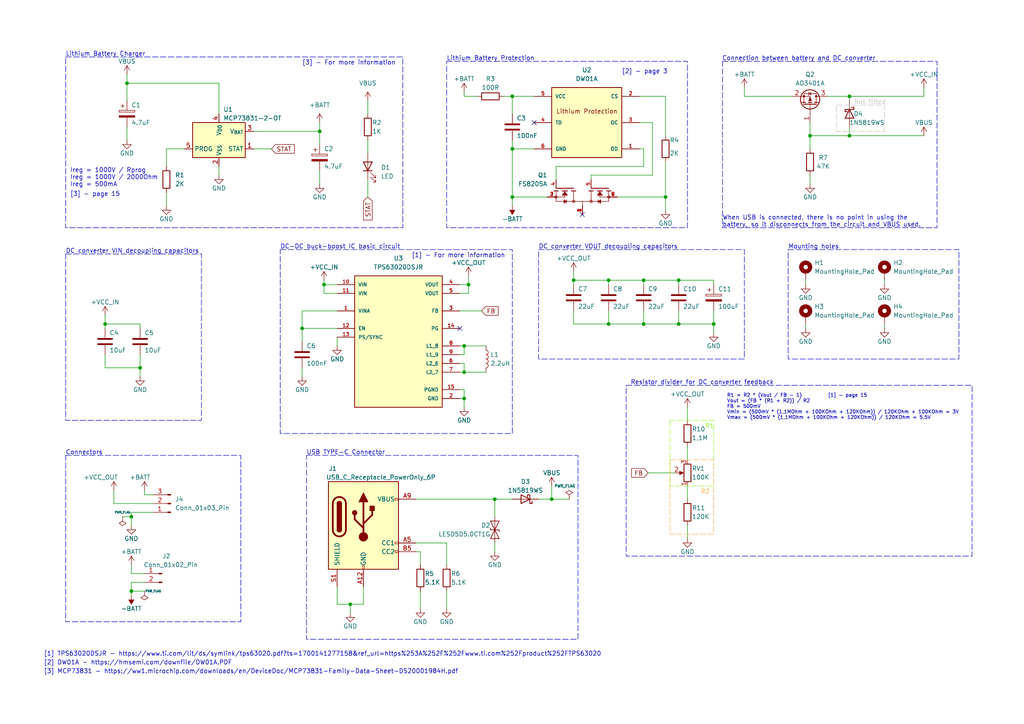
<source format=kicad_sch>
(kicad_sch (version 20230121) (generator eeschema)
  (paper "A4")
  (title_block (title "BMS_Buck-Boost") (date "2023-12-28"))
  (lib_symbols
    (symbol "Battery_Management:MCP73831-2-OT"
      (property "Reference" "U" (at -7.62 6.35 0))
      (property "Value" "MCP73831-2-OT" (at 1.27 6.35 0))
      (symbol "MCP73831-2-OT_0_1"
        (rectangle (start -7.62 5.08) (end 7.62 -5.08) (stroke (width 0.254)) (fill (type background)))
      )
      (symbol "MCP73831-2-OT_1_1"
        (pin output line (at 10.16 -2.54 180) (length 2.54) (name "STAT") (number "1"))
        (pin power_in line (at 0 -7.62 90) (length 2.54) (name "V_{SS}") (number "2"))
        (pin power_out line (at 10.16 2.54 180) (length 2.54) (name "V_{BAT}") (number "3"))
        (pin power_in line (at 0 7.62 270) (length 2.54) (name "V_{DD}") (number "4"))
        (pin input line (at -10.16 -2.54 0) (length 2.54) (name "PROG") (number "5"))
      )
    )
    (symbol "Connector:Conn_01x02_Pin" (pin_names (offset 1.016) hide)
      (property "Reference" "J" (at 0 2.54 0))
      (property "Value" "Conn_01x02_Pin" (at 0 -5.08 0))
      (symbol "Conn_01x02_Pin_1_1"
        (polyline (pts (xy 1.27 -2.54) (xy 0.8636 -2.54)) (stroke (width 0.1524)))
        (polyline (pts (xy 1.27 0) (xy 0.8636 0)) (stroke (width 0.1524)))
        (rectangle (start 0.8636 -2.413) (end 0 -2.667) (stroke (width 0.1524)) (fill (type outline)))
        (rectangle (start 0.8636 0.127) (end 0 -0.127) (stroke (width 0.1524)) (fill (type outline)))
        (pin passive line (at 5.08 0 180) (length 3.81) (name "Pin_1") (number "1"))
        (pin passive line (at 5.08 -2.54 180) (length 3.81) (name "Pin_2") (number "2"))
      )
    )
    (symbol "Connector:Conn_01x03_Pin" (pin_names (offset 1.016) hide)
      (property "Reference" "J" (at 0 5.08 0))
      (property "Value" "Conn_01x03_Pin" (at 0 -5.08 0))
      (symbol "Conn_01x03_Pin_1_1"
        (polyline (pts (xy 1.27 -2.54) (xy 0.8636 -2.54)) (stroke (width 0.1524)))
        (polyline (pts (xy 1.27 0) (xy 0.8636 0)) (stroke (width 0.1524)))
        (polyline (pts (xy 1.27 2.54) (xy 0.8636 2.54)) (stroke (width 0.1524)))
        (rectangle (start 0.8636 -2.413) (end 0 -2.667) (stroke (width 0.1524)) (fill (type outline)))
        (rectangle (start 0.8636 0.127) (end 0 -0.127) (stroke (width 0.1524)) (fill (type outline)))
        (rectangle (start 0.8636 2.667) (end 0 2.413) (stroke (width 0.1524)) (fill (type outline)))
        (pin passive line (at 5.08 2.54 180) (length 3.81) (name "Pin_1") (number "1"))
        (pin passive line (at 5.08 0 180) (length 3.81) (name "Pin_2") (number "2"))
        (pin passive line (at 5.08 -2.54 180) (length 3.81) (name "Pin_3") (number "3"))
      )
    )
    (symbol "Connector:USB_C_Receptacle_PowerOnly_6P" (pin_names (offset 1.016))
      (property "Reference" "J" (at 0 16.51 0))
      (property "Value" "USB_C_Receptacle_PowerOnly_6P" (at 0 13.97 0))
      (symbol "USB_C_Receptacle_PowerOnly_6P_0_0"
        (rectangle (start -0.254 -12.7) (end 0.254 -11.684))
        (rectangle (start 10.16 -7.366) (end 9.144 -7.874))
        (rectangle (start 10.16 -4.826) (end 9.144 -5.334))
        (rectangle (start 10.16 7.874) (end 9.144 7.366))
      )
      (symbol "USB_C_Receptacle_PowerOnly_6P_0_1"
        (rectangle (start -10.16 12.7) (end 10.16 -12.7) (stroke (width 0.254)) (fill (type background)))
        (arc (start -8.89 -1.27) (mid -6.985 -3.1667) (end -5.08 -1.27) (stroke (width 0.508)))
        (arc (start -7.62 -1.27) (mid -6.985 -1.9023) (end -6.35 -1.27) (stroke (width 0.254)))
        (arc (start -7.62 -1.27) (mid -6.985 -1.9023) (end -6.35 -1.27) (stroke (width 0.254)) (fill (type outline)))
        (rectangle (start -7.62 -1.27) (end -6.35 6.35) (stroke (width 0.254)) (fill (type outline)))
        (arc (start -6.35 6.35) (mid -6.985 6.9823) (end -7.62 6.35) (stroke (width 0.254)))
        (arc (start -6.35 6.35) (mid -6.985 6.9823) (end -7.62 6.35) (stroke (width 0.254)) (fill (type outline)))
        (arc (start -5.08 6.35) (mid -6.985 8.2467) (end -8.89 6.35) (stroke (width 0.508)))
        (circle (center -2.54 3.683) (radius 0.635) (stroke (width 0.254)) (fill (type outline)))
        (circle (center 0 -3.302) (radius 1.27) (fill (type outline)))
        (polyline (pts (xy -8.89 -1.27) (xy -8.89 6.35)) (stroke (width 0.508)))
        (polyline (pts (xy -5.08 6.35) (xy -5.08 -1.27)) (stroke (width 0.508)))
        (polyline (pts (xy 0 -3.302) (xy 0 6.858)) (stroke (width 0.508)))
        (polyline (pts (xy 0 -0.762) (xy -2.54 1.778) (xy -2.54 3.048)) (stroke (width 0.508)))
        (polyline (pts (xy 0 0.508) (xy 2.54 3.048) (xy 2.54 4.318)) (stroke (width 0.508)))
        (polyline (pts (xy -1.27 6.858) (xy 0 9.398) (xy 1.27 6.858) (xy -1.27 6.858)) (stroke (width 0.254)) (fill (type outline)))
        (rectangle (start 1.905 4.318) (end 3.175 5.588) (stroke (width 0.254)) (fill (type outline)))
      )
      (symbol "USB_C_Receptacle_PowerOnly_6P_1_1"
        (pin passive line (at 0 -17.78 90) (length 5.08) (name "GND") (number "A12"))
        (pin bidirectional line (at 15.24 -5.08 180) (length 5.08) (name "CC1") (number "A5"))
        (pin passive line (at 15.24 7.62 180) (length 5.08) (name "VBUS") (number "A9"))
        (pin passive line (at 0 -17.78 90) (length 5.08) hide (name "GND") (number "B12"))
        (pin bidirectional line (at 15.24 -7.62 180) (length 5.08) (name "CC2") (number "B5"))
        (pin passive line (at 15.24 7.62 180) (length 5.08) hide (name "VBUS") (number "B9"))
        (pin passive line (at -7.62 -17.78 90) (length 5.08) (name "SHIELD") (number "S1"))
      )
    )
    (symbol "DW01A:DW01A" (pin_names (offset 1.016))
      (property "Reference" "U" (at -5.08 11.43 0))
      (property "Value" "DW01A" (at -5.08 -12.7 0))
      (symbol "DW01A_0_0"
        (rectangle (start -10.16 10.16) (end 10.16 -10.16) (stroke (width 0.254)) (fill (type background)))
        (text "Lithium Protection" (at -8.89 2.54 0) (effects (font (size 1.27 1.27)) (justify left bottom)))
        (pin bidirectional line (at 15.24 -7.62 180) (length 5.08) (name "OD") (number "1"))
        (pin bidirectional line (at 15.24 7.62 180) (length 5.08) (name "CS") (number "2"))
        (pin bidirectional line (at 15.24 0 180) (length 5.08) (name "OC") (number "3"))
        (pin bidirectional line (at -15.24 0 0) (length 5.08) (name "TD") (number "4"))
      )
      (symbol "DW01A_1_0"
        (pin bidirectional line (at -15.24 7.62 0) (length 5.08) (name "VCC") (number "5"))
        (pin power_in line (at -15.24 -7.62 0) (length 5.08) (name "GND") (number "6"))
      )
    )
    (symbol "Device:C" (pin_numbers hide) (pin_names (offset 0.254))
      (property "Reference" "C" (at 0.635 2.54 0))
      (property "Value" "C" (at 0.635 -2.54 0))
      (symbol "C_0_1"
        (polyline (pts (xy -2.032 -0.762) (xy 2.032 -0.762)) (stroke (width 0.508)))
        (polyline (pts (xy -2.032 0.762) (xy 2.032 0.762)) (stroke (width 0.508)))
      )
      (symbol "C_1_1"
        (pin passive line (at 0 3.81 270) (length 2.794) (name "~") (number "1"))
        (pin passive line (at 0 -3.81 90) (length 2.794) (name "~") (number "2"))
      )
    )
    (symbol "Device:C_Polarized" (pin_numbers hide) (pin_names (offset 0.254))
      (property "Reference" "C" (at 0.635 2.54 0))
      (property "Value" "C_Polarized" (at 0.635 -2.54 0))
      (symbol "C_Polarized_0_1"
        (rectangle (start -2.286 0.508) (end 2.286 1.016))
        (polyline (pts (xy -1.778 2.286) (xy -0.762 2.286)))
        (polyline (pts (xy -1.27 2.794) (xy -1.27 1.778)))
        (rectangle (start 2.286 -0.508) (end -2.286 -1.016) (fill (type outline)))
      )
      (symbol "C_Polarized_1_1"
        (pin passive line (at 0 3.81 270) (length 2.794) (name "~") (number "1"))
        (pin passive line (at 0 -3.81 90) (length 2.794) (name "~") (number "2"))
      )
    )
    (symbol "Device:D_Schottky" (pin_numbers hide) (pin_names (offset 1.016) hide)
      (property "Reference" "D" (at 0 2.54 0))
      (property "Value" "D_Schottky" (at 0 -2.54 0))
      (symbol "D_Schottky_0_1"
        (polyline (pts (xy 1.27 0) (xy -1.27 0)))
        (polyline (pts (xy 1.27 1.27) (xy 1.27 -1.27) (xy -1.27 0) (xy 1.27 1.27)) (stroke (width 0.254)))
        (polyline (pts (xy -1.905 0.635) (xy -1.905 1.27) (xy -1.27 1.27) (xy -1.27 -1.27) (xy -0.635 -1.27) (xy -0.635 -0.635)) (stroke (width 0.254)))
      )
      (symbol "D_Schottky_1_1"
        (pin passive line (at -3.81 0 0) (length 2.54) (name "K") (number "1"))
        (pin passive line (at 3.81 0 180) (length 2.54) (name "A") (number "2"))
      )
    )
    (symbol "Device:L" (pin_numbers hide) (pin_names (offset 1.016) hide)
      (property "Reference" "L" (at -1.27 0 90))
      (property "Value" "L" (at 1.905 0 90))
      (symbol "L_0_1"
        (arc (start 0 -2.54) (mid 0.6323 -1.905) (end 0 -1.27))
        (arc (start 0 -1.27) (mid 0.6323 -0.635) (end 0 0))
        (arc (start 0 0) (mid 0.6323 0.635) (end 0 1.27))
        (arc (start 0 1.27) (mid 0.6323 1.905) (end 0 2.54))
      )
      (symbol "L_1_1"
        (pin passive line (at 0 3.81 270) (length 1.27) (name "1") (number "1"))
        (pin passive line (at 0 -3.81 90) (length 1.27) (name "2") (number "2"))
      )
    )
    (symbol "Device:LED" (pin_numbers hide) (pin_names (offset 1.016) hide)
      (property "Reference" "D" (at 0 2.54 0))
      (property "Value" "LED" (at 0 -2.54 0))
      (symbol "LED_0_1"
        (polyline (pts (xy -1.27 -1.27) (xy -1.27 1.27)) (stroke (width 0.254)))
        (polyline (pts (xy -1.27 0) (xy 1.27 0)))
        (polyline (pts (xy 1.27 -1.27) (xy 1.27 1.27) (xy -1.27 0) (xy 1.27 -1.27)) (stroke (width 0.254)))
        (polyline (pts (xy -3.048 -0.762) (xy -4.572 -2.286) (xy -3.81 -2.286) (xy -4.572 -2.286) (xy -4.572 -1.524)))
        (polyline (pts (xy -1.778 -0.762) (xy -3.302 -2.286) (xy -2.54 -2.286) (xy -3.302 -2.286) (xy -3.302 -1.524)))
      )
      (symbol "LED_1_1"
        (pin passive line (at -3.81 0 0) (length 2.54) (name "K") (number "1"))
        (pin passive line (at 3.81 0 180) (length 2.54) (name "A") (number "2"))
      )
    )
    (symbol "Device:R" (pin_numbers hide) (pin_names (offset 0))
      (property "Reference" "R" (at 2.032 0 90))
      (property "Value" "R" (at 0 0 90))
      (symbol "R_0_1"
        (rectangle (start -1.016 -2.54) (end 1.016 2.54) (stroke (width 0.254)))
      )
      (symbol "R_1_1"
        (pin passive line (at 0 3.81 270) (length 1.27) (name "~") (number "1"))
        (pin passive line (at 0 -3.81 90) (length 1.27) (name "~") (number "2"))
      )
    )
    (symbol "Device:R_Potentiometer" (pin_names (offset 1.016) hide)
      (property "Reference" "RV" (at -4.445 0 90))
      (property "Value" "R_Potentiometer" (at -2.54 0 90))
      (symbol "R_Potentiometer_0_1"
        (polyline (pts (xy 2.54 0) (xy 1.524 0)))
        (polyline (pts (xy 1.143 0) (xy 2.286 0.508) (xy 2.286 -0.508) (xy 1.143 0)) (fill (type outline)))
        (rectangle (start 1.016 2.54) (end -1.016 -2.54) (stroke (width 0.254)))
      )
      (symbol "R_Potentiometer_1_1"
        (pin passive line (at 0 3.81 270) (length 1.27) (name "1") (number "1"))
        (pin passive line (at 3.81 0 180) (length 1.27) (name "2") (number "2"))
        (pin passive line (at 0 -3.81 90) (length 1.27) (name "3") (number "3"))
      )
    )
    (symbol "Diode:ESD9B3.3ST5G" (pin_numbers hide) (pin_names (offset 1.016) hide)
      (property "Reference" "D" (at 0 2.54 0))
      (property "Value" "ESD9B3.3ST5G" (at 0 -2.54 0))
      (symbol "ESD9B3.3ST5G_0_1"
        (polyline (pts (xy 1.27 0) (xy -1.27 0)))
        (polyline (pts (xy -2.54 -1.27) (xy 0 0) (xy -2.54 1.27) (xy -2.54 -1.27)) (stroke (width 0.2032)))
        (polyline (pts (xy 0.508 1.27) (xy 0 1.27) (xy 0 -1.27) (xy -0.508 -1.27)) (stroke (width 0.2032)))
        (polyline (pts (xy 2.54 1.27) (xy 2.54 -1.27) (xy 0 0) (xy 2.54 1.27)) (stroke (width 0.2032)))
      )
      (symbol "ESD9B3.3ST5G_1_1"
        (pin passive line (at -3.81 0 0) (length 2.54) (name "A1") (number "1"))
        (pin passive line (at 3.81 0 180) (length 2.54) (name "A2") (number "2"))
      )
    )
    (symbol "FS8205A:FS8205A" (pin_names (offset 1.016))
      (property "Reference" "Q" (at -11.43 7.62 0))
      (property "Value" "FS8205A" (at -11.43 -12.7 0))
      (symbol "FS8205A_0_0"
        (circle (center 0 -7.62) (radius 0.3592))
        (polyline (pts (xy -2.54 -2.54) (xy -2.54 -7.62)) (stroke (width 0.254)))
        (polyline (pts (xy -2.54 7.62) (xy -2.54 2.54)) (stroke (width 0.254)))
        (polyline (pts (xy -1.778 -7.62) (xy -1.778 -8.255)) (stroke (width 0.254)))
        (polyline (pts (xy -1.778 -6.985) (xy -1.778 -7.62)) (stroke (width 0.254)))
        (polyline (pts (xy -1.778 -5.08) (xy -1.778 -5.842)) (stroke (width 0.254)))
        (polyline (pts (xy -1.778 -5.08) (xy 0 -5.08)) (stroke (width 0.1524)))
        (polyline (pts (xy -1.778 -4.318) (xy -1.778 -5.08)) (stroke (width 0.254)))
        (polyline (pts (xy -1.778 -2.54) (xy -1.778 -3.175)) (stroke (width 0.254)))
        (polyline (pts (xy -1.778 -2.54) (xy 1.27 -2.54)) (stroke (width 0.1524)))
        (polyline (pts (xy -1.778 -1.905) (xy -1.778 -2.54)) (stroke (width 0.254)))
        (polyline (pts (xy -1.778 2.54) (xy -1.778 1.905)) (stroke (width 0.254)))
        (polyline (pts (xy -1.778 3.175) (xy -1.778 2.54)) (stroke (width 0.254)))
        (polyline (pts (xy -1.778 5.08) (xy -1.778 4.318)) (stroke (width 0.254)))
        (polyline (pts (xy -1.778 5.08) (xy 0 5.08)) (stroke (width 0.1524)))
        (polyline (pts (xy -1.778 5.842) (xy -1.778 5.08)) (stroke (width 0.254)))
        (polyline (pts (xy -1.778 7.62) (xy -1.778 6.985)) (stroke (width 0.254)))
        (polyline (pts (xy -1.778 7.62) (xy 1.27 7.62)) (stroke (width 0.1524)))
        (polyline (pts (xy -1.778 8.255) (xy -1.778 7.62)) (stroke (width 0.254)))
        (polyline (pts (xy 0 -7.62) (xy -1.778 -7.62)) (stroke (width 0.1524)))
        (polyline (pts (xy 0 -7.62) (xy 1.27 -7.62)) (stroke (width 0.1524)))
        (polyline (pts (xy 0 -5.08) (xy 0 -7.62)) (stroke (width 0.1524)))
        (polyline (pts (xy 0 7.62) (xy 0 5.08)) (stroke (width 0.1524)))
        (polyline (pts (xy 0.762 4.572) (xy 1.27 4.572)) (stroke (width 0.1524)))
        (polyline (pts (xy 1.27 -4.572) (xy 0.762 -4.572)) (stroke (width 0.1524)))
        (polyline (pts (xy 1.27 -4.572) (xy 1.27 -7.62)) (stroke (width 0.1524)))
        (polyline (pts (xy 1.27 -2.54) (xy 1.27 -4.572)) (stroke (width 0.1524)))
        (polyline (pts (xy 1.27 -2.54) (xy 1.27 0)) (stroke (width 0.1524)))
        (polyline (pts (xy 1.27 0) (xy 1.27 2.54)) (stroke (width 0.1524)))
        (polyline (pts (xy 1.27 0) (xy 2.54 0)) (stroke (width 0.1524)))
        (polyline (pts (xy 1.27 2.54) (xy -1.778 2.54)) (stroke (width 0.1524)))
        (polyline (pts (xy 1.27 2.54) (xy 1.27 4.572)) (stroke (width 0.1524)))
        (polyline (pts (xy 1.27 4.572) (xy 1.27 7.62)) (stroke (width 0.1524)))
        (polyline (pts (xy 1.27 4.572) (xy 1.778 4.572)) (stroke (width 0.1524)))
        (polyline (pts (xy 1.778 -4.572) (xy 1.27 -4.572)) (stroke (width 0.1524)))
        (polyline (pts (xy -1.524 -5.08) (xy -0.508 -4.318) (xy -0.508 -5.842) (xy -1.524 -5.08)) (stroke (width 0.1524)) (fill (type outline)))
        (polyline (pts (xy -1.524 5.08) (xy -0.508 5.842) (xy -0.508 4.318) (xy -1.524 5.08)) (stroke (width 0.1524)) (fill (type outline)))
        (polyline (pts (xy 1.27 -4.572) (xy 0.762 -5.334) (xy 1.778 -5.334) (xy 1.27 -4.572)) (stroke (width 0.1524)) (fill (type outline)))
        (polyline (pts (xy 1.27 4.572) (xy 1.778 5.334) (xy 0.762 5.334) (xy 1.27 4.572)) (stroke (width 0.1524)) (fill (type outline)))
        (circle (center 0 7.62) (radius 0.3592))
        (circle (center 1.27 -2.54) (radius 0.3592))
        (circle (center 1.27 2.54) (radius 0.3592))
        (pin passive line (at 5.08 0 180) (length 2.54) (name "~") (number "1"))
        (pin passive line (at 0 -10.16 90) (length 2.54) (name "~") (number "2"))
        (pin passive line (at 0 -10.16 90) (length 2.54) (name "~") (number "3"))
        (pin passive line (at -5.08 -7.62 0) (length 2.54) (name "~") (number "4"))
        (pin passive line (at -5.08 2.54 0) (length 2.54) (name "~") (number "5"))
        (pin passive line (at 0 10.16 270) (length 2.54) (name "~") (number "6"))
        (pin passive line (at 0 10.16 270) (length 2.54) (name "~") (number "7"))
        (pin passive line (at 5.08 0 180) (length 2.54) (name "~") (number "8"))
      )
    )
    (symbol "Mechanical:MountingHole_Pad" (pin_numbers hide) (pin_names (offset 1.016) hide)
      (property "Reference" "H" (at 0 6.35 0))
      (property "Value" "MountingHole_Pad" (at 0 4.445 0))
      (symbol "MountingHole_Pad_0_1"
        (circle (center 0 1.27) (radius 1.27) (stroke (width 1.27)))
      )
      (symbol "MountingHole_Pad_1_1"
        (pin input line (at 0 -2.54 90) (length 2.54) (name "1") (number "1"))
      )
    )
    (symbol "TPS63020DSJR:TPS63020DSJR" (pin_names (offset 1.016))
      (property "Reference" "U" (at -12.7 19.05 0))
      (property "Value" "TPS63020DSJR" (at -12.7 -21.59 0))
      (symbol "TPS63020DSJR_0_0"
        (rectangle (start -12.7 17.78) (end 12.7 -20.32) (stroke (width 0.254)) (fill (type background)))
        (pin input line (at -17.78 7.62 0) (length 5.08) (name "VINA") (number "1"))
        (pin input line (at -17.78 2.54 0) (length 5.08) (name "EN") (number "12"))
        (pin input line (at -17.78 0 0) (length 5.08) (name "PS/SYNC") (number "13"))
        (pin output line (at 17.78 2.54 180) (length 5.08) (name "PG") (number "14"))
        (pin power_in line (at 17.78 -15.24 180) (length 5.08) (name "PGND") (number "15"))
        (pin power_in line (at 17.78 -17.78 180) (length 5.08) (name "GND") (number "2"))
        (pin input line (at 17.78 7.62 180) (length 5.08) (name "FB") (number "3"))
        (pin passive line (at 17.78 -7.62 180) (length 5.08) (name "L2_6") (number "6"))
        (pin passive line (at 17.78 -10.16 180) (length 5.08) (name "L2_7") (number "7"))
        (pin passive line (at 17.78 -2.54 180) (length 5.08) (name "L1_8") (number "8"))
        (pin passive line (at 17.78 -5.08 180) (length 5.08) (name "L1_9") (number "9"))
      )
      (symbol "TPS63020DSJR_1_0"
        (pin power_in line (at -17.78 15.24 0) (length 5.08) (name "VIN") (number "10"))
        (pin power_in line (at -17.78 12.7 0) (length 5.08) (name "VIN") (number "11"))
        (pin power_out line (at 17.78 15.24 180) (length 5.08) (name "VOUT") (number "4"))
        (pin power_out line (at 17.78 12.7 180) (length 5.08) (name "VOUT") (number "5"))
      )
    )
    (symbol "Transistor_FET:AO3401A" (pin_names hide)
      (property "Reference" "Q" (at 5.08 1.905 0))
      (property "Value" "AO3401A" (at 5.08 0 0))
      (symbol "AO3401A_0_1"
        (polyline (pts (xy 0.254 0) (xy -2.54 0)))
        (polyline (pts (xy 0.254 1.905) (xy 0.254 -1.905)) (stroke (width 0.254)))
        (polyline (pts (xy 0.762 -1.27) (xy 0.762 -2.286)) (stroke (width 0.254)))
        (polyline (pts (xy 0.762 0.508) (xy 0.762 -0.508)) (stroke (width 0.254)))
        (polyline (pts (xy 0.762 2.286) (xy 0.762 1.27)) (stroke (width 0.254)))
        (polyline (pts (xy 2.54 2.54) (xy 2.54 1.778)))
        (polyline (pts (xy 2.54 -2.54) (xy 2.54 0) (xy 0.762 0)))
        (polyline (pts (xy 0.762 1.778) (xy 3.302 1.778) (xy 3.302 -1.778) (xy 0.762 -1.778)))
        (polyline (pts (xy 2.286 0) (xy 1.27 0.381) (xy 1.27 -0.381) (xy 2.286 0)) (fill (type outline)))
        (polyline (pts (xy 2.794 -0.508) (xy 2.921 -0.381) (xy 3.683 -0.381) (xy 3.81 -0.254)))
        (polyline (pts (xy 3.302 -0.381) (xy 2.921 0.254) (xy 3.683 0.254) (xy 3.302 -0.381)))
        (circle (center 1.651 0) (radius 2.794) (stroke (width 0.254)))
        (circle (center 2.54 -1.778) (radius 0.254) (fill (type outline)))
        (circle (center 2.54 1.778) (radius 0.254) (fill (type outline)))
      )
      (symbol "AO3401A_1_1"
        (pin input line (at -5.08 0 0) (length 2.54) (name "G") (number "1"))
        (pin passive line (at 2.54 -5.08 90) (length 2.54) (name "S") (number "2"))
        (pin passive line (at 2.54 5.08 270) (length 2.54) (name "D") (number "3"))
      )
    )
    (symbol "custom_power_symbols:+VCC_IN" (power) (pin_names (offset 0))
      (property "Value" "+VCC_IN" (at 0 3.556 0))
      (symbol "+VCC_IN_0_1"
        (polyline (pts (xy -0.762 1.27) (xy 0 2.54)))
        (polyline (pts (xy 0 0) (xy 0 2.54)))
        (polyline (pts (xy 0 2.54) (xy 0.762 1.27)))
      )
      (symbol "+VCC_IN_1_1"
        (pin power_in line (at 0 0 90) (length 0) hide (name "+VCC_IN") (number "1"))
      )
    )
    (symbol "custom_power_symbols:+VCC_OUT" (power) (pin_names (offset 0))
      (property "Value" "+VCC_OUT" (at 0 3.556 0))
      (symbol "+VCC_OUT_0_1"
        (polyline (pts (xy -0.762 1.27) (xy 0 2.54)))
        (polyline (pts (xy 0 0) (xy 0 2.54)))
        (polyline (pts (xy 0 2.54) (xy 0.762 1.27)))
      )
      (symbol "+VCC_OUT_1_1"
        (pin power_in line (at 0 0 90) (length 0) hide (name "+VCC_OUT") (number "1"))
      )
    )
    (symbol "power:+BATT" (power) (pin_names (offset 0))
      (property "Value" "+BATT" (at 0 3.556 0))
      (symbol "+BATT_0_1"
        (polyline (pts (xy -0.762 1.27) (xy 0 2.54)))
        (polyline (pts (xy 0 0) (xy 0 2.54)))
        (polyline (pts (xy 0 2.54) (xy 0.762 1.27)))
      )
      (symbol "+BATT_1_1"
        (pin power_in line (at 0 0 90) (length 0) hide (name "+BATT") (number "1"))
      )
    )
    (symbol "power:-BATT" (power) (pin_names (offset 0))
      (property "Value" "-BATT" (at 0 3.556 0))
      (symbol "-BATT_0_1"
        (polyline (pts (xy 0 0) (xy 0 2.54)))
        (polyline (pts (xy 0.762 1.27) (xy -0.762 1.27) (xy 0 2.54) (xy 0.762 1.27)) (fill (type outline)))
      )
      (symbol "-BATT_1_1"
        (pin power_in line (at 0 0 90) (length 0) hide (name "-BATT") (number "1"))
      )
    )
    (symbol "power:GND" (power) (pin_names (offset 0))
      (property "Value" "GND" (at 0 -3.81 0))
      (symbol "GND_0_1"
        (polyline (pts (xy 0 0) (xy 0 -1.27) (xy 1.27 -1.27) (xy 0 -2.54) (xy -1.27 -1.27) (xy 0 -1.27)))
      )
      (symbol "GND_1_1"
        (pin power_in line (at 0 0 270) (length 0) hide (name "GND") (number "1"))
      )
    )
    (symbol "power:PWR_FLAG" (power) (pin_numbers hide) (pin_names (offset 0) hide)
      (property "Value" "PWR_FLAG" (at 0 3.81 0))
      (symbol "PWR_FLAG_0_0"
        (pin power_out line (at 0 0 90) (length 0) (name "pwr") (number "1"))
      )
      (symbol "PWR_FLAG_0_1"
        (polyline (pts (xy 0 0) (xy 0 1.27) (xy -1.016 1.905) (xy 0 2.54) (xy 1.016 1.905) (xy 0 1.27)))
      )
    )
    (symbol "power:VBUS" (power) (pin_names (offset 0))
      (property "Value" "VBUS" (at 0 3.81 0))
      (symbol "VBUS_0_1"
        (polyline (pts (xy -0.762 1.27) (xy 0 2.54)))
        (polyline (pts (xy 0 0) (xy 0 2.54)))
        (polyline (pts (xy 0 2.54) (xy 0.762 1.27)))
      )
      (symbol "VBUS_1_1"
        (pin power_in line (at 0 0 90) (length 0) hide (name "VBUS") (number "1"))
      )
    )
  )
  (junction (at 92.71 38.1))
  (junction (at 87.63 95.25))
  (junction (at 186.69 81.28))
  (junction (at 176.53 93.98))
  (junction (at 246.38 27.94))
  (junction (at 176.53 81.28))
  (junction (at 193.04 57.15))
  (junction (at 134.62 100.33))
  (junction (at 101.6 175.26))
  (junction (at 134.62 107.95))
  (junction (at 143.51 144.78))
  (junction (at 196.85 93.98))
  (junction (at 186.69 93.98))
  (junction (at 166.37 81.28))
  (junction (at 36.83 24.13))
  (junction (at 93.98 82.55))
  (junction (at 38.1 149.86))
  (junction (at 246.38 39.37))
  (junction (at 207.01 93.98))
  (junction (at 38.1 171.45))
  (junction (at 234.95 39.37))
  (junction (at 148.59 57.15))
  (junction (at 148.59 27.94))
  (junction (at 135.89 82.55))
  (junction (at 40.64 106.68))
  (junction (at 196.85 81.28))
  (junction (at 134.62 115.57))
  (junction (at 160.02 144.78))
  (junction (at 148.59 43.18))
  (junction (at 30.48 93.98))
  (no_connect (at 154.94 35.56))
  (no_connect (at 168.91 62.23))
  (no_connect (at 133.35 95.25))
  (wire (pts (xy 193.04 27.94) (xy 185.42 27.94)))
  (wire (pts (xy 36.83 24.13) (xy 36.83 29.21)))
  (wire (pts (xy 38.1 148.59) (xy 38.1 149.86)))
  (wire (pts (xy 30.48 106.68) (xy 30.48 102.87)))
  (wire (pts (xy 35.56 149.86) (xy 38.1 149.86)))
  (wire (pts (xy 187.96 137.16) (xy 195.58 137.16)))
  (wire (pts (xy 133.35 85.09) (xy 135.89 85.09)))
  (wire (pts (xy 44.45 148.59) (xy 38.1 148.59)))
  (wire (pts (xy 148.59 57.15) (xy 158.75 57.15)))
  (wire (pts (xy 256.54 93.98) (xy 256.54 95.25)))
  (wire (pts (xy 120.65 144.78) (xy 143.51 144.78)))
  (wire (pts (xy 40.64 102.87) (xy 40.64 106.68)))
  (wire (pts (xy 185.42 35.56) (xy 189.23 35.56)))
  (wire (pts (xy 207.01 93.98) (xy 196.85 93.98)))
  (wire (pts (xy 134.62 26.67) (xy 134.62 27.94)))
  (wire (pts (xy 234.95 39.37) (xy 234.95 43.18)))
  (wire (pts (xy 38.1 163.83) (xy 38.1 166.37)))
  (wire (pts (xy 199.39 118.11) (xy 199.39 121.92)))
  (wire (pts (xy 148.59 27.94) (xy 154.94 27.94)))
  (wire (pts (xy 148.59 57.15) (xy 148.59 59.69)))
  (wire (pts (xy 106.68 40.64) (xy 106.68 44.45)))
  (wire (pts (xy 87.63 90.17) (xy 97.79 90.17)))
  (wire (pts (xy 36.83 21.59) (xy 36.83 24.13)))
  (wire (pts (xy 246.38 36.83) (xy 246.38 39.37)))
  (wire (pts (xy 215.9 25.4) (xy 215.9 27.94)))
  (wire (pts (xy 179.07 57.15) (xy 193.04 57.15)))
  (wire (pts (xy 196.85 81.28) (xy 207.01 81.28)))
  (wire (pts (xy 154.94 43.18) (xy 148.59 43.18)))
  (wire (pts (xy 63.5 24.13) (xy 63.5 33.02)))
  (wire (pts (xy 196.85 81.28) (xy 196.85 82.55)))
  (wire (pts (xy 234.95 39.37) (xy 246.38 39.37)))
  (wire (pts (xy 129.54 171.45) (xy 129.54 176.53)))
  (wire (pts (xy 189.23 35.56) (xy 189.23 50.8)))
  (wire (pts (xy 186.69 93.98) (xy 176.53 93.98)))
  (wire (pts (xy 199.39 129.54) (xy 199.39 133.35)))
  (wire (pts (xy 135.89 85.09) (xy 135.89 82.55)))
  (wire (pts (xy 256.54 81.28) (xy 256.54 82.55)))
  (wire (pts (xy 38.1 168.91) (xy 38.1 171.45)))
  (wire (pts (xy 134.62 115.57) (xy 134.62 118.11)))
  (wire (pts (xy 143.51 157.48) (xy 143.51 160.02)))
  (wire (pts (xy 134.62 107.95) (xy 140.97 107.95)))
  (wire (pts (xy 41.91 168.91) (xy 38.1 168.91)))
  (wire (pts (xy 176.53 90.17) (xy 176.53 93.98)))
  (wire (pts (xy 193.04 27.94) (xy 193.04 39.37)))
  (wire (pts (xy 41.91 142.24) (xy 41.91 143.51)))
  (wire (pts (xy 93.98 85.09) (xy 93.98 82.55)))
  (wire (pts (xy 186.69 90.17) (xy 186.69 93.98)))
  (wire (pts (xy 129.54 157.48) (xy 129.54 163.83)))
  (wire (pts (xy 30.48 93.98) (xy 30.48 95.25)))
  (wire (pts (xy 97.79 175.26) (xy 97.79 170.18)))
  (wire (pts (xy 97.79 97.79) (xy 97.79 100.33)))
  (wire (pts (xy 146.05 27.94) (xy 148.59 27.94)))
  (wire (pts (xy 193.04 57.15) (xy 193.04 60.96)))
  (wire (pts (xy 41.91 171.45) (xy 38.1 171.45)))
  (wire (pts (xy 41.91 166.37) (xy 38.1 166.37)))
  (wire (pts (xy 134.62 113.03) (xy 134.62 115.57)))
  (wire (pts (xy 246.38 39.37) (xy 267.97 39.37)))
  (wire (pts (xy 143.51 144.78) (xy 148.59 144.78)))
  (wire (pts (xy 92.71 49.53) (xy 92.71 53.34)))
  (wire (pts (xy 166.37 81.28) (xy 166.37 82.55)))
  (wire (pts (xy 30.48 106.68) (xy 40.64 106.68)))
  (wire (pts (xy 92.71 38.1) (xy 92.71 41.91)))
  (wire (pts (xy 148.59 40.64) (xy 148.59 43.18)))
  (wire (pts (xy 97.79 85.09) (xy 93.98 85.09)))
  (wire (pts (xy 121.92 171.45) (xy 121.92 176.53)))
  (wire (pts (xy 134.62 105.41) (xy 133.35 105.41)))
  (wire (pts (xy 41.91 143.51) (xy 44.45 143.51)))
  (wire (pts (xy 120.65 157.48) (xy 129.54 157.48)))
  (wire (pts (xy 73.66 43.18) (xy 78.74 43.18)))
  (wire (pts (xy 186.69 43.18) (xy 186.69 48.26)))
  (wire (pts (xy 30.48 91.44) (xy 30.48 93.98)))
  (wire (pts (xy 233.68 81.28) (xy 233.68 82.55)))
  (wire (pts (xy 196.85 90.17) (xy 196.85 93.98)))
  (wire (pts (xy 134.62 27.94) (xy 138.43 27.94)))
  (wire (pts (xy 40.64 93.98) (xy 40.64 95.25)))
  (wire (pts (xy 63.5 24.13) (xy 36.83 24.13)))
  (wire (pts (xy 33.02 142.24) (xy 33.02 146.05)))
  (wire (pts (xy 134.62 102.87) (xy 133.35 102.87)))
  (wire (pts (xy 196.85 93.98) (xy 186.69 93.98)))
  (wire (pts (xy 199.39 140.97) (xy 199.39 144.78)))
  (wire (pts (xy 267.97 25.4) (xy 267.97 27.94)))
  (wire (pts (xy 176.53 81.28) (xy 176.53 82.55)))
  (wire (pts (xy 134.62 115.57) (xy 133.35 115.57)))
  (wire (pts (xy 143.51 144.78) (xy 143.51 149.86)))
  (wire (pts (xy 199.39 152.4) (xy 199.39 156.21)))
  (wire (pts (xy 193.04 46.99) (xy 193.04 57.15)))
  (wire (pts (xy 120.65 160.02) (xy 121.92 160.02)))
  (wire (pts (xy 121.92 160.02) (xy 121.92 163.83)))
  (wire (pts (xy 189.23 50.8) (xy 171.45 50.8)))
  (wire (pts (xy 166.37 93.98) (xy 166.37 90.17)))
  (wire (pts (xy 36.83 36.83) (xy 36.83 40.64)))
  (wire (pts (xy 105.41 170.18) (xy 105.41 175.26)))
  (wire (pts (xy 101.6 175.26) (xy 101.6 177.8)))
  (wire (pts (xy 38.1 149.86) (xy 38.1 152.4)))
  (wire (pts (xy 176.53 81.28) (xy 186.69 81.28)))
  (wire (pts (xy 73.66 38.1) (xy 92.71 38.1)))
  (wire (pts (xy 87.63 90.17) (xy 87.63 95.25)))
  (wire (pts (xy 93.98 81.28) (xy 93.98 82.55)))
  (wire (pts (xy 234.95 50.8) (xy 234.95 53.34)))
  (wire (pts (xy 87.63 95.25) (xy 87.63 99.06)))
  (wire (pts (xy 134.62 107.95) (xy 133.35 107.95)))
  (wire (pts (xy 134.62 105.41) (xy 134.62 107.95)))
  (wire (pts (xy 186.69 43.18) (xy 185.42 43.18)))
  (wire (pts (xy 48.26 55.88) (xy 48.26 59.69)))
  (wire (pts (xy 171.45 50.8) (xy 171.45 52.07)))
  (wire (pts (xy 166.37 93.98) (xy 176.53 93.98)))
  (wire (pts (xy 48.26 43.18) (xy 48.26 48.26)))
  (wire (pts (xy 87.63 95.25) (xy 97.79 95.25)))
  (wire (pts (xy 246.38 27.94) (xy 267.97 27.94)))
  (wire (pts (xy 207.01 90.17) (xy 207.01 93.98)))
  (wire (pts (xy 87.63 109.22) (xy 87.63 106.68)))
  (wire (pts (xy 134.62 100.33) (xy 133.35 100.33)))
  (wire (pts (xy 156.21 144.78) (xy 160.02 144.78)))
  (wire (pts (xy 135.89 82.55) (xy 133.35 82.55)))
  (wire (pts (xy 160.02 140.97) (xy 160.02 144.78)))
  (wire (pts (xy 93.98 82.55) (xy 97.79 82.55)))
  (wire (pts (xy 160.02 144.78) (xy 165.1 144.78)))
  (wire (pts (xy 40.64 109.22) (xy 40.64 106.68)))
  (wire (pts (xy 234.95 35.56) (xy 234.95 39.37)))
  (wire (pts (xy 215.9 27.94) (xy 229.87 27.94)))
  (wire (pts (xy 53.34 43.18) (xy 48.26 43.18)))
  (wire (pts (xy 133.35 90.17) (xy 139.7 90.17)))
  (wire (pts (xy 134.62 100.33) (xy 134.62 102.87)))
  (wire (pts (xy 92.71 35.56) (xy 92.71 38.1)))
  (wire (pts (xy 30.48 93.98) (xy 40.64 93.98)))
  (wire (pts (xy 106.68 52.07) (xy 106.68 57.15)))
  (wire (pts (xy 63.5 48.26) (xy 63.5 50.8)))
  (wire (pts (xy 246.38 27.94) (xy 246.38 29.21)))
  (wire (pts (xy 207.01 81.28) (xy 207.01 82.55)))
  (wire (pts (xy 33.02 146.05) (xy 44.45 146.05)))
  (wire (pts (xy 161.29 48.26) (xy 161.29 52.07)))
  (wire (pts (xy 148.59 43.18) (xy 148.59 57.15)))
  (wire (pts (xy 133.35 113.03) (xy 134.62 113.03)))
  (wire (pts (xy 38.1 171.45) (xy 38.1 172.72)))
  (wire (pts (xy 134.62 100.33) (xy 140.97 100.33)))
  (wire (pts (xy 97.79 175.26) (xy 101.6 175.26)))
  (wire (pts (xy 166.37 81.28) (xy 176.53 81.28)))
  (wire (pts (xy 135.89 80.01) (xy 135.89 82.55)))
  (wire (pts (xy 166.37 78.74) (xy 166.37 81.28)))
  (wire (pts (xy 186.69 81.28) (xy 196.85 81.28)))
  (wire (pts (xy 148.59 27.94) (xy 148.59 33.02)))
  (wire (pts (xy 233.68 93.98) (xy 233.68 95.25)))
  (wire (pts (xy 240.03 27.94) (xy 246.38 27.94)))
  (wire (pts (xy 186.69 48.26) (xy 161.29 48.26)))
  (wire (pts (xy 106.68 29.21) (xy 106.68 33.02)))
  (wire (pts (xy 207.01 96.52) (xy 207.01 93.98)))
  (wire (pts (xy 101.6 175.26) (xy 105.41 175.26)))
  (wire (pts (xy 186.69 81.28) (xy 186.69 82.55)))
  (rectangle (start 209.55 17.78) (end 271.78 66.04) (stroke (width 0) (type dash)))
  (rectangle (start 194.31 121.92) (end 207.01 140.97) (stroke (width 0) (type dash) (color 141 255 46 1)))
  (rectangle (start 19.05 16.51) (end 116.84 66.04) (stroke (width 0) (type dash)))
  (rectangle (start 228.6 72.39) (end 278.13 104.14) (stroke (width 0) (type dash)))
  (rectangle (start 156.21 72.39) (end 215.9 104.14) (stroke (width 0) (type dash)))
  (rectangle (start 181.61 111.76) (end 281.94 161.29) (stroke (width 0) (type dash)))
  (rectangle (start 129.54 17.78) (end 199.39 66.04) (stroke (width 0) (type dash)))
  (rectangle (start 19.05 132.08) (end 69.85 180.34) (stroke (width 0) (type dash)))
  (rectangle (start 242.57 30.48) (end 256.54 38.1) (stroke (width 0) (type dash) (color 194 194 194 1)))
  (rectangle (start 194.31 133.35) (end 207.01 154.94) (stroke (width 0) (type dash) (color 255 178 73 1)))
  (rectangle (start 19.05 73.66) (end 58.42 121.92) (stroke (width 0) (type dash)))
  (rectangle (start 81.28 72.39) (end 148.59 125.73) (stroke (width 0) (type dash)))
  (rectangle (start 88.9 132.08) (end 167.64 185.42) (stroke (width 0) (type dash)))
  (text "Mounting holes" (at 228.6 72.39 0) (effects (font (size 1.27 1.27)) (justify left bottom)))
  (text "R2" (at 203.2 143.51 0) (effects (font (size 1.27 1.27)) (justify left bottom)))
  (text "[3] - For more information\n" (at 87.63 19.05 0) (effects (font (size 1.27 1.27)) (justify left bottom)))
  (text "Resistor divider for DC converter feedback" (at 182.88 111.76 0) (effects (font (size 1.27 1.27)) (justify left bottom)))
  (text "Not fitted" (at 247.65 30.48 0) (effects (font (size 1.27 1.27)) (justify left bottom)))
  (text "DC-DC buck-boost IC basic circuit" (at 81.28 72.39 0) (effects (font (size 1.27 1.27)) (justify left bottom)))
  (text "When USB is connected, there is no point in using the \nbattery, so it disconnects from the circuit and VBUS used." (at 209.55 66.04 0) (effects (font (size 1.27 1.27)) (justify left bottom)))
  (text "[1] TPS63020DSJR - https://www.ti.com/lit/ds/symlink/tps63020.pdf?ts=1700141277158&ref_url=https%253A%252F%252Fwww.ti.com%252Fproduct%252FTPS63020" (at 12.7 190.5 0) (effects (font (size 1.27 1.27)) (justify left bottom)))
  (text "Ireg = 1000V / Rprog \nIreg = 1000V / 2000Ohm\nIreg = 500mA\n\n " (at 20.32 58.42 0) (effects (font (size 1.27 1.27)) (justify left bottom)))
  (text "DC converter VOUT decoupling capacitors" (at 156.21 72.39 0) (effects (font (size 1.27 1.27)) (justify left bottom)))
  (text "[3] - page 15" (at 20.32 57.15 0) (effects (font (size 1.27 1.27)) (justify left bottom)))
  (text "R1 = R2 * (Vout / FB - 1)          [1] - page 15 \nVout = (FB * (R1 + R2)) / R2\nFB = 500mV\nVmin = (500mV * (1,1MOhm + 100KOhm + 120KOhm)) / 120KOhm + 100KOhm = 3V\nVmax = (500mV * (1,1MOhm + 100KOhm + 120KOhm)) / 120KOhm = 5,5V\n\n\n \n\n" (at 210.82 128.27 0) (effects (font (size 1 1)) (justify left bottom)))
  (text "Connectors" (at 19.05 132.08 0) (effects (font (size 1.27 1.27)) (justify left bottom)))
  (text "[1] - For more information\n" (at 119.38 74.93 0) (effects (font (size 1.27 1.27)) (justify left bottom)))
  (text "DC converter VIN decoupling capacitors" (at 19.05 73.66 0) (effects (font (size 1.27 1.27)) (justify left bottom)))
  (text "R1" (at 204.47 124.46 0) (effects (font (size 1.27 1.27)) (justify left bottom)))
  (text "Lithium Battery Protection" (at 129.54 17.78 0) (effects (font (size 1.27 1.27)) (justify left bottom)))
  (text "USB TYPE-C Connector" (at 88.9 132.08 0) (effects (font (size 1.27 1.27)) (justify left bottom)))
  (text "[3] MCP73831 - https://ww1.microchip.com/downloads/en/DeviceDoc/MCP73831-Family-Data-Sheet-DS20001984H.pdf" (at 12.7 195.58 0) (effects (font (size 1.27 1.27)) (justify left bottom)))
  (text "Lithium Battery Charger" (at 19.05 16.51 0) (effects (font (size 1.27 1.27)) (justify left bottom)))
  (text "[2] DW01A - https://hmsemi.com/downfile/DW01A.PDF" (at 12.7 193.04 0) (effects (font (size 1.27 1.27)) (justify left bottom)))
  (text "Connection between battery and DC converter" (at 254 17.78 0) (effects (font (size 1.27 1.27)) (justify right bottom)))
  (text "[2] - page 3" (at 180.34 21.59 0) (effects (font (size 1.27 1.27)) (justify left bottom)))
  (global_label "STAT" (shape input) (at 78.74 43.18 0) (property "Intersheetrefs" "${INTERSHEET_REFS}" (effects hide)))
  (global_label "STAT" (shape input) (at 106.68 57.15 270) (property "Intersheetrefs" "${INTERSHEET_REFS}" (effects hide)))
  (global_label "FB" (shape input) (at 187.96 137.16 180) (property "Intersheetrefs" "${INTERSHEET_REFS}" (effects hide)))
  (global_label "FB" (shape input) (at 139.7 90.17 0) (property "Intersheetrefs" "${INTERSHEET_REFS}" (effects hide)))
  (symbol (lib_id "power:+BATT") (at 134.62 26.67 0) (unit 1)
    (property "Reference" "#PWR09" (effects hide))
    (property "Value" "+BATT" (at 134.62 22.86 0))
  )
  (symbol (lib_id "Device:R") (at 199.39 125.73 0) (unit 1)
    (property "Reference" "R10" (at 200.66 124.46 0) (effects (justify left)))
    (property "Value" "1,1M" (at 200.66 127 0) (effects (justify left)))
    (property "Footprint" "Resistor_SMD:R_0603_1608Metric" (effects hide))
  )
  (symbol (lib_id "Device:C") (at 30.48 99.06 0) (unit 1)
    (property "Reference" "C4" (at 31.75 96.52 0) (effects (justify left)))
    (property "Value" "10uF" (at 31.75 101.6 0) (effects (justify left)))
    (property "Footprint" "Capacitor_SMD:C_0805_2012Metric" (effects hide))
  )
  (symbol (lib_id "FS8205A:FS8205A") (at 168.91 57.15 270) (unit 1)
    (property "Reference" "Q1" (at 158.75 50.8 90) (effects (justify right)))
    (property "Value" "FS8205A" (at 158.75 53.34 90) (effects (justify right)))
    (property "Footprint" "footprints:SOP65P640X120-8N" (effects hide))
    (property "MF" "Fortune Semiconductor" (effects hide))
    (property "MAXIMUM_PACKAGE_HEIGHT" "1.2mm" (effects hide))
    (property "Package" "Package" (effects hide))
    (property "Price" "None" (effects hide))
    (property "Check_prices" "https://www.snapeda.com/parts/FS8205A/Fortune+Semiconductor/view-part/?ref=eda" (effects hide))
    (property "STANDARD" "IPC 7351B" (effects hide))
    (property "PARTREV" "1.7" (effects hide))
    (property "SnapEDA_Link" "https://www.snapeda.com/parts/FS8205A/Fortune+Semiconductor/view-part/?ref=snap" (effects hide))
    (property "MP" "FS8205A" (effects hide))
    (property "Description" "\n" (effects hide))
    (property "Availability" "Not in stock" (effects hide))
    (property "MANUFACTURER" "Fortune Semiconductor" (effects hide))
  )
  (symbol (lib_id "TPS63020DSJR:TPS63020DSJR") (at 115.57 97.79 0) (unit 1)
    (property "Reference" "U3" (at 115.57 74.93 0))
    (property "Value" "TPS63020DSJR" (at 115.57 77.47 0))
    (property "Footprint" "footprints:IC_TPS63020DSJR" (effects hide))
    (property "MF" "Texas Instruments" (effects hide))
    (property "Mouser-Purchase-URL" "https://snapeda.com/shop?store=Mouser&id=296571" (effects hide))
    (property "Description" "\nHigh Efficiency Single Inductor Buck-Boost Converter with 4A Switch\n" (effects hide))
    (property "Package" "VSON-14 Texas Instruments" (effects hide))
    (property "Price" "None" (effects hide))
    (property "SnapEDA_Link" "https://www.snapeda.com/parts/TPS63020DSJR/Texas+Instruments/view-part/?ref=snap" (effects hide))
    (property "MP" "TPS63020DSJR" (effects hide))
    (property "Texas_Instruments-Purchase-URL" "https://snapeda.com/shop?store=Texas+Instruments&id=296571" (effects hide))
    (property "Purchase-URL" "https://www.snapeda.com/api/url_track_click_mouser/?unipart_id=296571&manufacturer=Texas Instruments&part_name=TPS63020DSJR&search_term=tps63020" (effects hide))
    (property "DigiKey-Purchase-URL" "https://snapeda.com/shop?store=DigiKey&id=296571" (effects hide))
    (property "Availability" "In Stock" (effects hide))
    (property "Check_prices" "https://www.snapeda.com/parts/TPS63020DSJR/Texas+Instruments/view-part/?ref=eda" (effects hide))
  )
  (symbol (lib_id "Device:C") (at 196.85 86.36 0) (unit 1)
    (property "Reference" "C10" (at 198.12 83.82 0) (effects (justify left)))
    (property "Value" "22uF" (at 198.12 88.9 0) (effects (justify left)))
    (property "Footprint" "Capacitor_SMD:C_0805_2012Metric" (effects hide))
  )
  (symbol (lib_id "power:GND") (at 87.63 109.22 0) (unit 1)
    (property "Reference" "#PWR023" (effects hide))
    (property "Value" "GND" (at 87.63 113.03 0))
  )
  (symbol (lib_id "power:GND") (at 256.54 95.25 0) (unit 1)
    (property "Reference" "#PWR039" (effects hide))
    (property "Value" "GND" (at 256.54 99.06 0))
  )
  (symbol (lib_id "custom_power_symbols:+VCC_IN") (at 267.97 25.4 0) (unit 1)
    (property "Reference" "#PWR017" (effects hide))
    (property "Value" "+VCC_IN" (at 267.97 21.59 0))
  )
  (symbol (lib_id "Device:D_Schottky") (at 246.38 33.02 270) (unit 1)
    (property "Reference" "D4" (at 248.92 33.02 90))
    (property "Value" "1N5819WS" (at 251.46 35.56 90))
    (property "Footprint" "Diode_SMD:D_SOD-323F" (effects hide))
  )
  (symbol (lib_id "Device:L") (at 140.97 104.14 0) (unit 1)
    (property "Reference" "L1" (at 142.24 102.87 0) (effects (justify left)))
    (property "Value" "2.2uH" (at 142.24 105.41 0) (effects (justify left)))
    (property "Footprint" "Inductor_SMD:L_Chilisin_BMRx00060630" (effects hide))
  )
  (symbol (lib_id "Device:C") (at 186.69 86.36 0) (unit 1)
    (property "Reference" "C9" (at 187.96 83.82 0) (effects (justify left)))
    (property "Value" "22uF" (at 187.96 88.9 0) (effects (justify left)))
    (property "Footprint" "Capacitor_SMD:C_0805_2012Metric" (effects hide))
  )
  (symbol (lib_id "power:VBUS") (at 267.97 39.37 0) (unit 1)
    (property "Reference" "#PWR019" (effects hide))
    (property "Value" "VBUS" (at 267.97 35.56 0))
  )
  (symbol (lib_id "power:+BATT") (at 38.1 163.83 0) (mirror y) (unit 1)
    (property "Reference" "#PWR034" (effects hide))
    (property "Value" "+BATT" (at 38.1 160.02 0))
  )
  (symbol (lib_id "power:GND") (at 207.01 96.52 0) (unit 1)
    (property "Reference" "#PWR028" (effects hide))
    (property "Value" "GND" (at 207.01 100.33 0))
  )
  (symbol (lib_id "power:-BATT") (at 38.1 172.72 0) (mirror x) (unit 1)
    (property "Reference" "#PWR033" (effects hide))
    (property "Value" "-BATT" (at 38.1 176.53 0))
  )
  (symbol (lib_id "power:-BATT") (at 148.59 59.69 180) (unit 1)
    (property "Reference" "#PWR011" (effects hide))
    (property "Value" "-BATT" (at 148.59 63.5 0))
  )
  (symbol (lib_id "power:GND") (at 199.39 156.21 0) (unit 1)
    (property "Reference" "#PWR031" (effects hide))
    (property "Value" "GND" (at 199.39 160.02 0))
  )
  (symbol (lib_id "power:+BATT") (at 92.71 35.56 0) (unit 1)
    (property "Reference" "#PWR06" (effects hide))
    (property "Value" "+BATT" (at 92.71 30.48 0))
  )
  (symbol (lib_id "power:PWR_FLAG") (at 41.91 171.45 0) (mirror x) (unit 1)
    (property "Reference" "#FLG02" (effects hide))
    (property "Value" "PWR_FLAG" (at 44.45 171.45 0) (effects (font (size 0.6 0.6))))
  )
  (symbol (lib_id "Connector:USB_C_Receptacle_PowerOnly_6P") (at 105.41 152.4 0) (unit 1)
    (property "Reference" "J1" (at 96.52 135.89 0))
    (property "Value" "USB_C_Receptacle_PowerOnly_6P" (at 110.49 138.43 0))
    (property "Footprint" "Connector_USB:USB_C_Receptacle_GCT_USB4125-xx-x-0190_6P_TopMnt_Horizontal" (effects hide))
    (property "Datasheet" "https://www.usb.org/sites/default/files/documents/usb_type-c.zip" (effects hide))
  )
  (symbol (lib_id "custom_power_symbols:+VCC_IN") (at 30.48 91.44 0) (unit 1)
    (property "Reference" "#PWR022" (effects hide))
    (property "Value" "+VCC_IN" (at 30.48 87.63 0))
  )
  (symbol (lib_id "Device:C") (at 40.64 99.06 0) (unit 1)
    (property "Reference" "C5" (at 41.91 96.52 0) (effects (justify left)))
    (property "Value" "10uF" (at 41.91 101.6 0) (effects (justify left)))
    (property "Footprint" "Capacitor_SMD:C_0805_2012Metric" (effects hide))
  )
  (symbol (lib_id "custom_power_symbols:+VCC_IN") (at 93.98 81.28 0) (unit 1)
    (property "Reference" "#PWR08" (effects hide))
    (property "Value" "+VCC_IN" (at 93.98 77.47 0))
  )
  (symbol (lib_id "Mechanical:MountingHole_Pad") (at 256.54 78.74 0) (unit 1)
    (property "Reference" "H2" (at 259.08 76.2 0) (effects (justify left)))
    (property "Value" "MountingHole_Pad" (at 259.08 78.74 0) (effects (justify left)))
    (property "Footprint" "MountingHole:MountingHole_2.2mm_M2_DIN965_Pad" (effects hide))
  )
  (symbol (lib_id "Connector:Conn_01x03_Pin") (at 49.53 146.05 180) (unit 1)
    (property "Reference" "J4" (at 50.8 144.78 0) (effects (justify right)))
    (property "Value" "Conn_01x03_Pin" (at 50.8 147.32 0) (effects (justify right)))
    (property "Footprint" "Cutom_PinHeaders:PinHeader_1x03_P2.54mm_Vertical" (effects hide))
  )
  (symbol (lib_id "DW01A:DW01A") (at 170.18 35.56 0) (unit 1)
    (property "Reference" "U2" (at 170.18 20.32 0))
    (property "Value" "DW01A" (at 170.18 22.86 0))
    (property "Footprint" "footprints:SOT23-6" (effects hide))
    (property "MF" "Fortune Semiconductor" (effects hide))
    (property "Description" "\nOne Cell Lithium-ion/Polymer Battery Protection IC\n" (effects hide))
    (property "Package" "SOT-23-6 Fortune Semiconductor" (effects hide))
    (property "Price" "None" (effects hide))
    (property "SnapEDA_Link" "https://www.snapeda.com/parts/DW01A/Fortune+Semiconductor/view-part/?ref=snap" (effects hide))
    (property "MP" "DW01A" (effects hide))
    (property "M_PART_NUMBER" "DW01A" (effects hide))
    (property "Availability" "Not in stock" (effects hide))
    (property "Check_prices" "https://www.snapeda.com/parts/DW01A/Fortune+Semiconductor/view-part/?ref=eda" (effects hide))
  )
  (symbol (lib_id "power:GND") (at 134.62 118.11 0) (unit 1)
    (property "Reference" "#PWR025" (effects hide))
    (property "Value" "GND" (at 134.62 121.92 0))
  )
  (symbol (lib_id "Device:R") (at 234.95 46.99 0) (unit 1)
    (property "Reference" "R7" (at 238.76 45.72 0))
    (property "Value" "47K" (at 238.76 48.26 0))
    (property "Footprint" "Resistor_SMD:R_0603_1608Metric" (effects hide))
  )
  (symbol (lib_id "Diode:ESD9B3.3ST5G") (at 143.51 153.67 90) (unit 1)
    (property "Reference" "D2" (at 142.24 152.4 90) (effects (justify left)))
    (property "Value" "LESD5D5.0CT1G" (at 142.24 154.94 90) (effects (justify left)))
    (property "Footprint" "Diode_SMD:D_SOD-523" (effects hide))
    (property "Datasheet" " " (effects hide))
  )
  (symbol (lib_id "Device:LED") (at 106.68 48.26 90) (unit 1)
    (property "Reference" "D1" (at 110.49 48.5775 90) (effects (justify right)))
    (property "Value" "LED" (at 110.49 51.1175 90) (effects (justify right)))
    (property "Footprint" "Diode_SMD:D_0805_2012Metric" (effects hide))
  )
  (symbol (lib_id "power:GND") (at 92.71 53.34 0) (unit 1)
    (property "Reference" "#PWR016" (effects hide))
    (property "Value" "GND" (at 92.71 57.15 0))
  )
  (symbol (lib_id "Device:D_Schottky") (at 152.4 144.78 180) (unit 1)
    (property "Reference" "D3" (at 152.4 139.7 0))
    (property "Value" "1N5819WS" (at 152.4 142.24 0))
    (property "Footprint" "Diode_SMD:D_SOD-323F" (effects hide))
  )
  (symbol (lib_id "power:GND") (at 48.26 59.69 0) (unit 1)
    (property "Reference" "#PWR03" (effects hide))
    (property "Value" "GND" (at 48.26 63.5 0))
  )
  (symbol (lib_id "Battery_Management:MCP73831-2-OT") (at 63.5 40.64 0) (unit 1)
    (property "Reference" "U1" (at 64.77 31.75 0) (effects (justify left)))
    (property "Value" "MCP73831-2-OT" (at 64.77 34.29 0) (effects (justify left)))
    (property "Footprint" "Package_TO_SOT_SMD:SOT-23-5" (effects hide))
    (property "Datasheet" "http://ww1.microchip.com/downloads/en/DeviceDoc/20001984g.pdf" (effects hide))
  )
  (symbol (lib_id "Device:C") (at 87.63 102.87 0) (unit 1)
    (property "Reference" "C6" (at 88.9 100.33 0) (effects (justify left)))
    (property "Value" "100nF" (at 88.9 105.41 0) (effects (justify left)))
    (property "Footprint" "Capacitor_SMD:C_0805_2012Metric" (effects hide))
  )
  (symbol (lib_id "power:GND") (at 143.51 160.02 0) (unit 1)
    (property "Reference" "#PWR013" (effects hide))
    (property "Value" "GND" (at 143.51 163.83 0))
  )
  (symbol (lib_id "Device:C") (at 176.53 86.36 0) (unit 1)
    (property "Reference" "C8" (at 177.8 83.82 0) (effects (justify left)))
    (property "Value" "22uF" (at 177.8 88.9 0) (effects (justify left)))
    (property "Footprint" "Capacitor_SMD:C_0805_2012Metric" (effects hide))
  )
  (symbol (lib_id "power:+BATT") (at 215.9 25.4 0) (unit 1)
    (property "Reference" "#PWR018" (effects hide))
    (property "Value" "+BATT" (at 215.9 21.59 0))
  )
  (symbol (lib_id "power:GND") (at 36.83 40.64 0) (unit 1)
    (property "Reference" "#PWR04" (effects hide))
    (property "Value" "GND" (at 36.83 44.45 0))
  )
  (symbol (lib_id "power:GND") (at 193.04 60.96 0) (unit 1)
    (property "Reference" "#PWR010" (effects hide))
    (property "Value" "GND" (at 193.04 64.77 0))
  )
  (symbol (lib_id "power:GND") (at 256.54 82.55 0) (unit 1)
    (property "Reference" "#PWR038" (effects hide))
    (property "Value" "GND" (at 256.54 86.36 0))
  )
  (symbol (lib_id "Device:R") (at 129.54 167.64 0) (unit 1)
    (property "Reference" "R6" (at 130.81 166.37 0) (effects (justify left)))
    (property "Value" "5.1K" (at 130.81 168.91 0) (effects (justify left)))
    (property "Footprint" "Resistor_SMD:R_0603_1608Metric" (effects hide))
  )
  (symbol (lib_id "Device:R") (at 193.04 43.18 180) (unit 1)
    (property "Reference" "R4" (at 195.58 40.64 0))
    (property "Value" "2K" (at 195.58 44.45 0))
    (property "Footprint" "Resistor_SMD:R_0603_1608Metric" (effects hide))
  )
  (symbol (lib_id "Device:C") (at 148.59 36.83 0) (unit 1)
    (property "Reference" "C3" (at 149.86 34.29 0) (effects (justify left)))
    (property "Value" "100nF" (at 149.86 39.37 0) (effects (justify left)))
    (property "Footprint" "Capacitor_SMD:C_0805_2012Metric" (effects hide))
  )
  (symbol (lib_id "power:GND") (at 97.79 100.33 0) (unit 1)
    (property "Reference" "#PWR024" (effects hide))
    (property "Value" "GND" (at 97.79 104.14 0))
  )
  (symbol (lib_id "Transistor_FET:AO3401A") (at 234.95 30.48 270) (mirror x) (unit 1)
    (property "Reference" "Q2" (at 234.95 21.59 90))
    (property "Value" "AO3401A" (at 234.95 24.13 90))
    (property "Footprint" "Package_TO_SOT_SMD:SOT-23" (effects hide))
    (property "Datasheet" "http://www.aosmd.com/pdfs/datasheet/AO3401A.pdf" (effects hide))
  )
  (symbol (lib_id "Mechanical:MountingHole_Pad") (at 256.54 91.44 0) (unit 1)
    (property "Reference" "H4" (at 259.08 88.9 0) (effects (justify left)))
    (property "Value" "MountingHole_Pad" (at 259.08 91.44 0) (effects (justify left)))
    (property "Footprint" "MountingHole:MountingHole_2.2mm_M2_DIN965_Pad" (effects hide))
  )
  (symbol (lib_id "Device:R") (at 106.68 36.83 0) (unit 1)
    (property "Reference" "R2" (at 107.95 35.56 0) (effects (justify left)))
    (property "Value" "1K" (at 107.95 38.1 0) (effects (justify left)))
    (property "Footprint" "Resistor_SMD:R_0603_1608Metric" (effects hide))
  )
  (symbol (lib_id "Mechanical:MountingHole_Pad") (at 233.68 91.44 0) (unit 1)
    (property "Reference" "H3" (at 236.22 88.9 0) (effects (justify left)))
    (property "Value" "MountingHole_Pad" (at 236.22 91.44 0) (effects (justify left)))
    (property "Footprint" "MountingHole:MountingHole_2.2mm_M2_DIN965_Pad" (effects hide))
  )
  (symbol (lib_id "Device:C") (at 166.37 86.36 0) (unit 1)
    (property "Reference" "C7" (at 167.64 83.82 0) (effects (justify left)))
    (property "Value" "22uF" (at 167.64 88.9 0) (effects (justify left)))
    (property "Footprint" "Capacitor_SMD:C_0805_2012Metric" (effects hide))
  )
  (symbol (lib_id "Device:R") (at 121.92 167.64 0) (unit 1)
    (property "Reference" "R5" (at 123.19 166.37 0) (effects (justify left)))
    (property "Value" "5.1K" (at 123.19 168.91 0) (effects (justify left)))
    (property "Footprint" "Resistor_SMD:R_0603_1608Metric" (effects hide))
  )
  (symbol (lib_id "power:VBUS") (at 160.02 140.97 0) (unit 1)
    (property "Reference" "#PWR012" (effects hide))
    (property "Value" "VBUS" (at 160.02 137.16 0))
  )
  (symbol (lib_id "power:GND") (at 40.64 109.22 0) (unit 1)
    (property "Reference" "#PWR021" (effects hide))
    (property "Value" "GND" (at 40.64 113.03 0))
  )
  (symbol (lib_id "Device:R") (at 48.26 52.07 0) (unit 1)
    (property "Reference" "R1" (at 50.8 50.8 0) (effects (justify left)))
    (property "Value" "2K" (at 50.8 53.34 0) (effects (justify left)))
    (property "Footprint" "Resistor_SMD:R_0603_1608Metric" (effects hide))
  )
  (symbol (lib_id "Device:R") (at 199.39 148.59 0) (unit 1)
    (property "Reference" "R11" (at 200.66 147.32 0) (effects (justify left)))
    (property "Value" "120K" (at 200.66 149.86 0) (effects (justify left)))
    (property "Footprint" "Resistor_SMD:R_0603_1608Metric" (effects hide))
  )
  (symbol (lib_id "power:VBUS") (at 106.68 29.21 0) (unit 1)
    (property "Reference" "#PWR05" (effects hide))
    (property "Value" "VBUS" (at 106.68 24.13 0))
  )
  (symbol (lib_id "power:GND") (at 63.5 50.8 0) (unit 1)
    (property "Reference" "#PWR01" (effects hide))
    (property "Value" "GND" (at 63.5 54.61 0))
  )
  (symbol (lib_id "power:GND") (at 129.54 176.53 0) (unit 1)
    (property "Reference" "#PWR015" (effects hide))
    (property "Value" "GND" (at 129.54 180.34 0))
  )
  (symbol (lib_id "custom_power_symbols:+VCC_OUT") (at 199.39 118.11 0) (unit 1)
    (property "Reference" "#PWR030" (effects hide))
    (property "Value" "+VCC_OUT" (at 199.39 114.3 0))
  )
  (symbol (lib_id "Device:C_Polarized") (at 207.01 86.36 0) (unit 1)
    (property "Reference" "C11" (at 208.28 83.82 0) (effects (justify left)))
    (property "Value" "100uF" (at 208.28 88.9 0) (effects (justify left)))
    (property "Footprint" "Capacitor_Tantalum_SMD:CP_EIA-3528-21_Kemet-B" (effects hide))
  )
  (symbol (lib_id "power:PWR_FLAG") (at 35.56 149.86 180) (unit 1)
    (property "Reference" "#FLG03" (effects hide))
    (property "Value" "PWR_FLAG" (at 35.56 148.59 0) (effects (font (size 0.6 0.6))))
  )
  (symbol (lib_id "power:+BATT") (at 41.91 142.24 0) (unit 1)
    (property "Reference" "#PWR035" (effects hide))
    (property "Value" "+BATT" (at 40.64 138.43 0))
  )
  (symbol (lib_id "power:VBUS") (at 36.83 21.59 0) (unit 1)
    (property "Reference" "#PWR02" (effects hide))
    (property "Value" "VBUS" (at 36.83 17.78 0))
  )
  (symbol (lib_id "power:GND") (at 234.95 53.34 0) (unit 1)
    (property "Reference" "#PWR020" (effects hide))
    (property "Value" "GND" (at 234.95 57.15 0))
  )
  (symbol (lib_id "Connector:Conn_01x02_Pin") (at 46.99 166.37 0) (mirror y) (unit 1)
    (property "Reference" "J2" (at 48.26 161.29 0))
    (property "Value" "Conn_01x02_Pin" (at 49.53 163.83 0))
    (property "Footprint" "Cutom_PinHeaders:PinSocket_1x02_P2.54mm_Vertical" (effects hide))
  )
  (symbol (lib_id "Device:C_Polarized") (at 92.71 45.72 0) (unit 1)
    (property "Reference" "C2" (at 93.98 43.18 0) (effects (justify left)))
    (property "Value" "4.7uF" (at 93.98 48.26 0) (effects (justify left)))
    (property "Footprint" "Capacitor_Tantalum_SMD:CP_EIA-3216-18_Kemet-A" (effects hide))
  )
  (symbol (lib_id "power:GND") (at 233.68 95.25 0) (unit 1)
    (property "Reference" "#PWR036" (effects hide))
    (property "Value" "GND" (at 233.68 99.06 0))
  )
  (symbol (lib_id "custom_power_symbols:+VCC_OUT") (at 166.37 78.74 0) (unit 1)
    (property "Reference" "#PWR032" (effects hide))
    (property "Value" "+VCC_OUT" (at 166.37 74.93 0))
  )
  (symbol (lib_id "power:GND") (at 233.68 82.55 0) (unit 1)
    (property "Reference" "#PWR037" (effects hide))
    (property "Value" "GND" (at 233.68 86.36 0))
  )
  (symbol (lib_id "Device:C_Polarized") (at 36.83 33.02 0) (unit 1)
    (property "Reference" "C1" (at 38.1 30.48 0) (effects (justify left)))
    (property "Value" "4.7uF" (at 38.1 35.56 0) (effects (justify left)))
    (property "Footprint" "Capacitor_Tantalum_SMD:CP_EIA-3216-18_Kemet-A" (effects hide))
  )
  (symbol (lib_id "power:GND") (at 101.6 177.8 0) (unit 1)
    (property "Reference" "#PWR014" (effects hide))
    (property "Value" "GND" (at 101.6 181.61 0))
  )
  (symbol (lib_id "Device:R") (at 142.24 27.94 90) (unit 1)
    (property "Reference" "R3" (at 142.24 22.86 90))
    (property "Value" "100R" (at 142.24 25.4 90))
    (property "Footprint" "Resistor_SMD:R_0603_1608Metric" (effects hide))
  )
  (symbol (lib_id "custom_power_symbols:+VCC_OUT") (at 135.89 80.01 0) (unit 1)
    (property "Reference" "#PWR026" (effects hide))
    (property "Value" "+VCC_OUT" (at 135.89 76.2 0))
  )
  (symbol (lib_id "Device:R_Potentiometer") (at 199.39 137.16 180) (unit 1)
    (property "Reference" "RV1" (at 200.66 135.89 0) (effects (justify right)))
    (property "Value" "100K" (at 200.66 138.43 0) (effects (justify right)))
    (property "Footprint" "Potentiometer_THT:Potentiometer_Bourns_3296W_Vertical" (effects hide))
  )
  (symbol (lib_id "power:GND") (at 121.92 176.53 0) (unit 1)
    (property "Reference" "#PWR07" (effects hide))
    (property "Value" "GND" (at 121.92 180.34 0))
  )
  (symbol (lib_id "Mechanical:MountingHole_Pad") (at 233.68 78.74 0) (unit 1)
    (property "Reference" "H1" (at 236.22 76.2 0) (effects (justify left)))
    (property "Value" "MountingHole_Pad" (at 236.22 78.74 0) (effects (justify left)))
    (property "Footprint" "MountingHole:MountingHole_2.2mm_M2_DIN965_Pad" (effects hide))
  )
  (symbol (lib_id "power:PWR_FLAG") (at 165.1 144.78 0) (mirror y) (unit 1)
    (property "Reference" "#FLG01" (effects hide))
    (property "Value" "PWR_FLAG" (at 163.83 140.97 0) (effects (font (size 0.8 0.8))))
  )
  (symbol (lib_id "custom_power_symbols:+VCC_OUT") (at 33.02 142.24 0) (unit 1)
    (property "Reference" "#PWR027" (effects hide))
    (property "Value" "+VCC_OUT" (at 29.21 138.43 0))
  )
  (symbol (lib_id "power:GND") (at 38.1 152.4 0) (unit 1)
    (property "Reference" "#PWR029" (effects hide))
    (property "Value" "GND" (at 38.1 156.21 0))
  )
)
</source>
